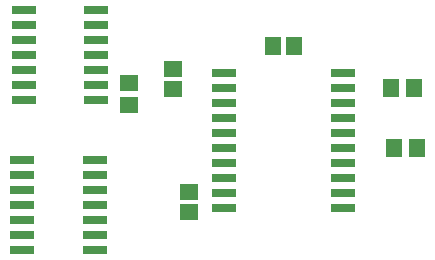
<source format=gtp>
%FSTAX24Y24*%
%MOIN*%
%SFA1B1*%

%IPPOS*%
%ADD10R,0.063000X0.052000*%
%ADD11R,0.060000X0.052000*%
%ADD12R,0.080000X0.026000*%
%ADD13R,0.052000X0.063000*%
%ADD14R,0.052000X0.060000*%
%LNmotor_driver-1*%
%LPD*%
G54D10*
X00715Y020824D03*
Y02007D03*
G54D11*
X0086Y021275D03*
Y0206D03*
X00915Y016515D03*
Y01719D03*
G54D12*
X01032Y02115D03*
Y02065D03*
Y02015D03*
Y01965D03*
Y01915D03*
Y01865D03*
Y01815D03*
Y01765D03*
X01428D03*
Y01815D03*
Y01865D03*
Y01915D03*
Y01965D03*
Y02015D03*
Y02065D03*
Y02115D03*
X01032Y01715D03*
Y01665D03*
X01428Y01715D03*
Y01665D03*
X00364Y02325D03*
X00606D03*
X00364Y02275D03*
Y02225D03*
X00606Y02275D03*
Y02225D03*
X00364Y02175D03*
X00606D03*
X00364Y02125D03*
Y02075D03*
X00606Y02125D03*
Y02075D03*
X00364Y02025D03*
X00606D03*
X00359Y01825D03*
X00601D03*
X00359Y01775D03*
Y01725D03*
X00601Y01775D03*
Y01725D03*
X00359Y01675D03*
X00601D03*
X00359Y01625D03*
Y01575D03*
X00601Y01625D03*
Y01575D03*
X00359Y01525D03*
X00601D03*
G54D13*
X015976Y01865D03*
X01673D03*
X015876Y02065D03*
X01663D03*
G54D14*
X012635Y02205D03*
X01196D03*
M02*
</source>
